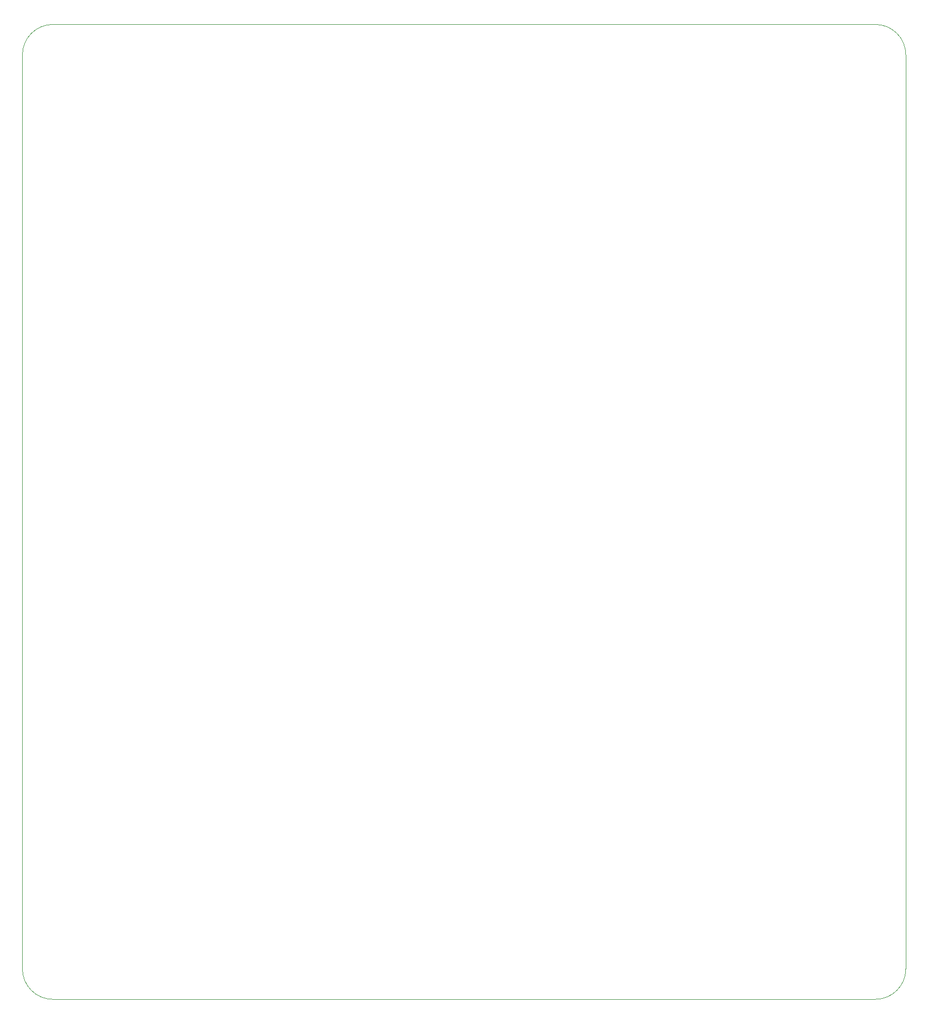
<source format=gbr>
%TF.GenerationSoftware,KiCad,Pcbnew,(5.99.0-7356-g63088e8bdb)*%
%TF.CreationDate,2021-07-14T19:01:46+08:00*%
%TF.ProjectId,DaughterDevBoard,44617567-6874-4657-9244-6576426f6172,rev?*%
%TF.SameCoordinates,Original*%
%TF.FileFunction,Profile,NP*%
%FSLAX46Y46*%
G04 Gerber Fmt 4.6, Leading zero omitted, Abs format (unit mm)*
G04 Created by KiCad (PCBNEW (5.99.0-7356-g63088e8bdb)) date 2021-07-14 19:01:46*
%MOMM*%
%LPD*%
G01*
G04 APERTURE LIST*
%TA.AperFunction,Profile*%
%ADD10C,0.100000*%
%TD*%
G04 APERTURE END LIST*
D10*
X25492157Y-180376000D02*
X25492157Y-30376000D01*
X25492157Y-180376000D02*
G75*
G03*
X30492157Y-185376000I5000000J0D01*
G01*
X30492157Y-25376000D02*
G75*
G03*
X25492157Y-30376000I0J-5000000D01*
G01*
X170492157Y-30376000D02*
X170492157Y-180376000D01*
X165492157Y-185376000D02*
G75*
G03*
X170492157Y-180376000I0J5000000D01*
G01*
X165492157Y-185376000D02*
X30492157Y-185376000D01*
X165492157Y-25376000D02*
G75*
G02*
X170492157Y-30376000I0J-5000000D01*
G01*
X30492157Y-25376000D02*
X165492157Y-25376000D01*
M02*

</source>
